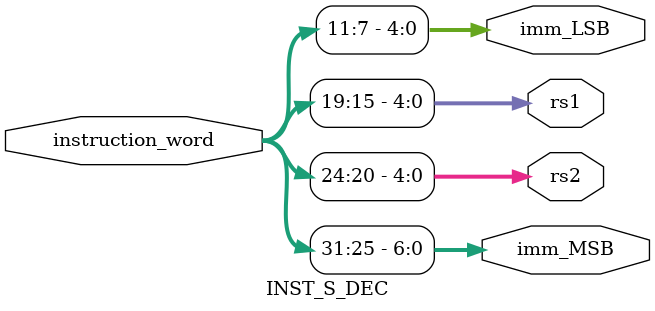
<source format=v>
/*
This module can perform instruction decoding for all S-type instructions
The module outputs the register addresses, MSB and LSB immediate values after decoding
*/

module INST_S_DEC (
    input[31:0] instruction_word,
    output reg[6:0] imm_MSB,
    output reg[4:0] rs2,
    output reg[4:0] rs1,
    output reg[4:0] imm_LSB
);

    always@(instruction_word)
        begin
            imm_MSB = instruction_word[31:25];
            rs2 = instruction_word[24:20];
            rs1 = instruction_word[19:15];
            imm_LSB = instruction_word[11:7];
        end
    
endmodule
</source>
